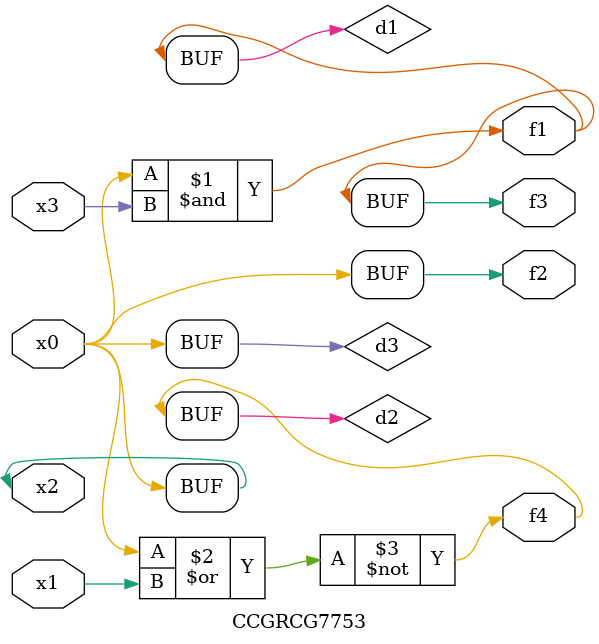
<source format=v>
module CCGRCG7753(
	input x0, x1, x2, x3,
	output f1, f2, f3, f4
);

	wire d1, d2, d3;

	and (d1, x2, x3);
	nor (d2, x0, x1);
	buf (d3, x0, x2);
	assign f1 = d1;
	assign f2 = d3;
	assign f3 = d1;
	assign f4 = d2;
endmodule

</source>
